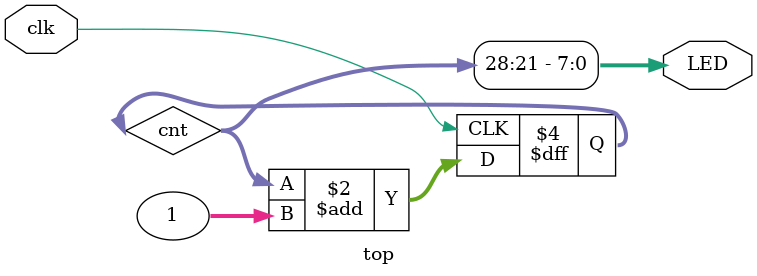
<source format=sv>
module top (
	input logic clk,      // 50MHz input clock
	output logic[7:0] LED //  array of 8 LEDs
);

logic[31:0] cnt;

initial begin
	cnt <= 32'h00000000; // start at zero
end

always @(posedge clk) begin
	cnt <= cnt + 1; // count up
end

assign LED = cnt[28:21];

endmodule

</source>
